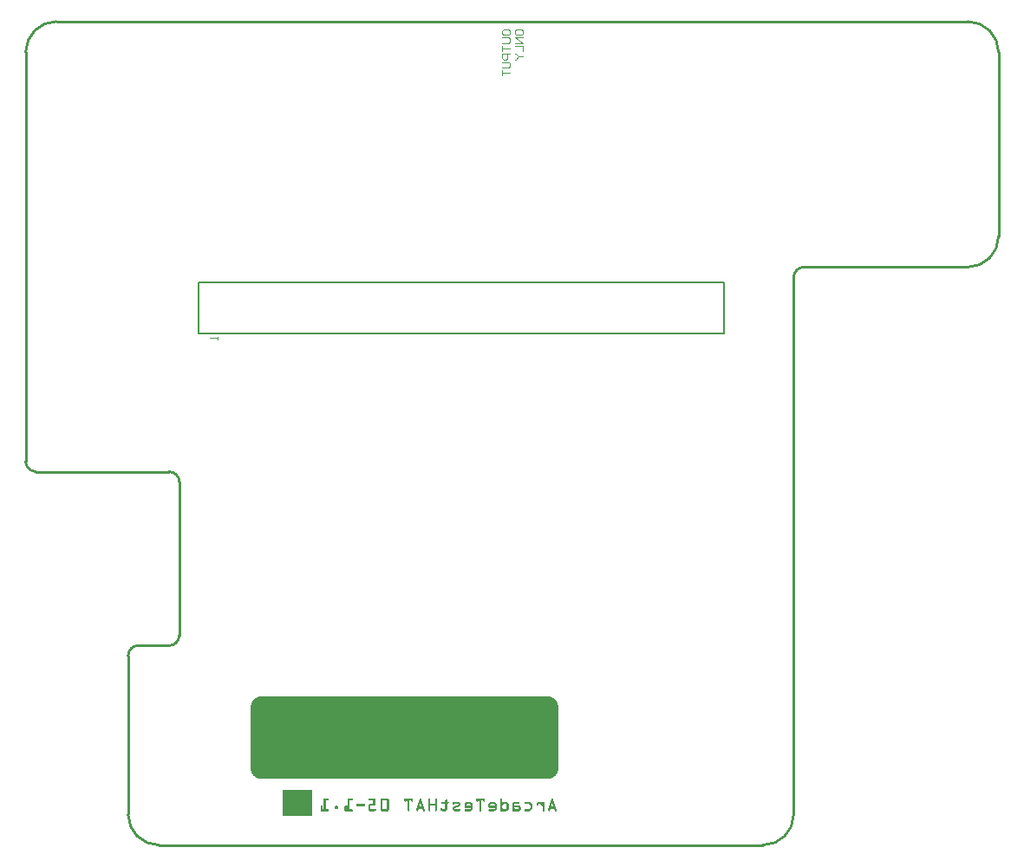
<source format=gbo>
G04*
G04 #@! TF.GenerationSoftware,Altium Limited,Altium Designer,21.0.8 (223)*
G04*
G04 Layer_Color=32896*
%FSAX25Y25*%
%MOIN*%
G70*
G04*
G04 #@! TF.SameCoordinates,C73BC072-7C63-40B6-A927-07284C235285*
G04*
G04*
G04 #@! TF.FilePolarity,Positive*
G04*
G01*
G75*
%ADD12C,0.00787*%
%ADD14C,0.01000*%
%ADD19C,0.00472*%
%ADD169C,0.00004*%
%ADD170R,0.11811X0.09843*%
G36*
X0047244Y0029528D02*
Y0053150D01*
Y0053537D01*
X0047395Y0054298D01*
X0047692Y0055014D01*
X0048123Y0055659D01*
X0048671Y0056208D01*
X0049316Y0056638D01*
X0050033Y0056935D01*
X0050793Y0057087D01*
X0051181D01*
D01*
Y0057087D01*
X0161327Y0057087D01*
X0161714Y0057087D01*
X0162475Y0056935D01*
X0163191Y0056638D01*
X0163836Y0056208D01*
X0164385Y0055659D01*
X0164815Y0055014D01*
X0165112Y0054298D01*
X0165263Y0053537D01*
Y0053150D01*
D01*
X0165264Y0029528D01*
X0165263D01*
Y0029140D01*
X0165112Y0028379D01*
X0164815Y0027663D01*
X0164384Y0027018D01*
X0163836Y0026469D01*
X0163191Y0026039D01*
X0162475Y0025742D01*
X0161714Y0025591D01*
X0161327D01*
D01*
Y0025591D01*
X0051181Y0025591D01*
X0050793D01*
X0050033Y0025742D01*
X0049316Y0026039D01*
X0048671Y0026469D01*
X0048123Y0027018D01*
X0047692Y0027663D01*
X0047395Y0028379D01*
X0047244Y0029140D01*
Y0029528D01*
D01*
D02*
G37*
G36*
X0137124Y0017057D02*
X0137116Y0016999D01*
X0137109Y0016955D01*
X0137065Y0016868D01*
X0137051Y0016839D01*
X0137029Y0016817D01*
X0137021Y0016802D01*
X0137014Y0016795D01*
X0136970Y0016759D01*
X0136927Y0016729D01*
X0136883Y0016715D01*
X0136839Y0016700D01*
X0136803Y0016693D01*
X0136774Y0016686D01*
X0136744D01*
X0136686Y0016693D01*
X0136635Y0016700D01*
X0136591Y0016722D01*
X0136548Y0016744D01*
X0136518Y0016759D01*
X0136496Y0016781D01*
X0136482Y0016788D01*
X0136475Y0016795D01*
X0136438Y0016839D01*
X0136409Y0016883D01*
X0136387Y0016926D01*
X0136373Y0016970D01*
X0136365Y0017007D01*
X0136358Y0017036D01*
Y0017050D01*
Y0017057D01*
Y0017203D01*
X0135884Y0017203D01*
Y0013354D01*
X0135877Y0013296D01*
X0135870Y0013245D01*
X0135848Y0013201D01*
X0135826Y0013157D01*
X0135811Y0013128D01*
X0135789Y0013106D01*
X0135782Y0013092D01*
X0135775Y0013084D01*
X0135731Y0013048D01*
X0135687Y0013019D01*
X0135636Y0013004D01*
X0135593Y0012990D01*
X0135556Y0012982D01*
X0135527Y0012975D01*
X0135498D01*
X0135440Y0012982D01*
X0135388Y0012990D01*
X0135308Y0013033D01*
X0135272Y0013048D01*
X0135250Y0013070D01*
X0135235Y0013077D01*
X0135228Y0013084D01*
X0135192Y0013128D01*
X0135162Y0013172D01*
X0135141Y0013216D01*
X0135126Y0013259D01*
X0135119Y0013296D01*
X0135111Y0013325D01*
Y0013347D01*
Y0013354D01*
Y0017203D01*
X0134645D01*
Y0017057D01*
X0134638Y0016999D01*
X0134630Y0016948D01*
X0134608Y0016904D01*
X0134587Y0016861D01*
X0134572Y0016831D01*
X0134550Y0016810D01*
X0134543Y0016795D01*
X0134536Y0016788D01*
X0134492Y0016751D01*
X0134441Y0016729D01*
X0134353Y0016700D01*
X0134317Y0016693D01*
X0134288Y0016686D01*
X0134258D01*
X0134200Y0016693D01*
X0134149Y0016700D01*
X0134069Y0016744D01*
X0134032Y0016759D01*
X0134011Y0016781D01*
X0133996Y0016788D01*
X0133989Y0016795D01*
X0133952Y0016839D01*
X0133923Y0016883D01*
X0133901Y0016926D01*
X0133887Y0016970D01*
X0133879Y0017007D01*
X0133872Y0017036D01*
Y0017050D01*
Y0017057D01*
Y0017962D01*
X0137124Y0017962D01*
Y0017057D01*
D02*
G37*
G36*
X0109480Y0017057D02*
X0109473Y0016999D01*
X0109465Y0016955D01*
X0109422Y0016868D01*
X0109407Y0016839D01*
X0109385Y0016817D01*
X0109378Y0016802D01*
X0109370Y0016795D01*
X0109327Y0016759D01*
X0109283Y0016729D01*
X0109239Y0016715D01*
X0109195Y0016700D01*
X0109159Y0016693D01*
X0109130Y0016686D01*
X0109101D01*
X0109042Y0016693D01*
X0108991Y0016700D01*
X0108948Y0016722D01*
X0108904Y0016744D01*
X0108875Y0016759D01*
X0108853Y0016781D01*
X0108838Y0016788D01*
X0108831Y0016795D01*
X0108794Y0016839D01*
X0108765Y0016883D01*
X0108744Y0016926D01*
X0108729Y0016970D01*
X0108722Y0017007D01*
X0108714Y0017036D01*
Y0017050D01*
Y0017057D01*
Y0017203D01*
X0108240D01*
Y0013354D01*
X0108233Y0013296D01*
X0108226Y0013245D01*
X0108204Y0013201D01*
X0108182Y0013157D01*
X0108168Y0013128D01*
X0108146Y0013106D01*
X0108138Y0013092D01*
X0108131Y0013084D01*
X0108087Y0013048D01*
X0108044Y0013019D01*
X0107993Y0013004D01*
X0107949Y0012990D01*
X0107912Y0012982D01*
X0107883Y0012975D01*
X0107854D01*
X0107796Y0012982D01*
X0107745Y0012990D01*
X0107665Y0013033D01*
X0107628Y0013048D01*
X0107606Y0013070D01*
X0107592Y0013077D01*
X0107584Y0013084D01*
X0107548Y0013128D01*
X0107519Y0013172D01*
X0107497Y0013216D01*
X0107482Y0013259D01*
X0107475Y0013296D01*
X0107468Y0013325D01*
Y0013347D01*
Y0013354D01*
Y0017203D01*
X0107001D01*
Y0017057D01*
X0106994Y0016999D01*
X0106987Y0016948D01*
X0106965Y0016904D01*
X0106943Y0016861D01*
X0106928Y0016831D01*
X0106906Y0016810D01*
X0106899Y0016795D01*
X0106892Y0016788D01*
X0106848Y0016751D01*
X0106797Y0016729D01*
X0106710Y0016700D01*
X0106673Y0016693D01*
X0106644Y0016686D01*
X0106615D01*
X0106556Y0016693D01*
X0106506Y0016700D01*
X0106425Y0016744D01*
X0106389Y0016759D01*
X0106367Y0016781D01*
X0106352Y0016788D01*
X0106345Y0016795D01*
X0106309Y0016839D01*
X0106280Y0016883D01*
X0106258Y0016926D01*
X0106243Y0016970D01*
X0106236Y0017007D01*
X0106228Y0017036D01*
Y0017050D01*
Y0017057D01*
Y0017962D01*
X0109480D01*
Y0017057D01*
D02*
G37*
G36*
X0159832Y0016635D02*
X0159883Y0016627D01*
X0159927Y0016605D01*
X0159970Y0016584D01*
X0160000Y0016562D01*
X0160021Y0016547D01*
X0160036Y0016533D01*
X0160043Y0016525D01*
X0160080Y0016482D01*
X0160109Y0016438D01*
X0160123Y0016387D01*
X0160138Y0016350D01*
X0160145Y0016314D01*
X0160153Y0016285D01*
Y0016263D01*
Y0016256D01*
Y0013347D01*
X0160145Y0013289D01*
X0160138Y0013245D01*
X0160094Y0013157D01*
X0160080Y0013128D01*
X0160058Y0013106D01*
X0160050Y0013092D01*
X0160043Y0013084D01*
X0160000Y0013048D01*
X0159956Y0013019D01*
X0159912Y0013004D01*
X0159868Y0012990D01*
X0159832Y0012982D01*
X0159803Y0012975D01*
X0159774D01*
X0159715Y0012982D01*
X0159664Y0012990D01*
X0159584Y0013033D01*
X0159547Y0013048D01*
X0159526Y0013070D01*
X0159511Y0013077D01*
X0159504Y0013084D01*
X0159467Y0013128D01*
X0159438Y0013172D01*
X0159416Y0013216D01*
X0159402Y0013259D01*
X0159394Y0013296D01*
X0159387Y0013325D01*
Y0013347D01*
Y0013354D01*
Y0015031D01*
X0158549Y0015760D01*
X0158498Y0015804D01*
X0158454Y0015833D01*
X0158410Y0015855D01*
X0158381Y0015869D01*
X0158352Y0015877D01*
X0158330Y0015884D01*
X0157914D01*
X0157849Y0015869D01*
X0157798Y0015847D01*
X0157769Y0015825D01*
X0157754Y0015811D01*
X0157710Y0015760D01*
X0157689Y0015709D01*
X0157681Y0015665D01*
Y0015658D01*
Y0015651D01*
Y0015476D01*
X0157674Y0015417D01*
X0157667Y0015373D01*
X0157623Y0015286D01*
X0157608Y0015257D01*
X0157587Y0015235D01*
X0157579Y0015220D01*
X0157572Y0015213D01*
X0157528Y0015177D01*
X0157484Y0015147D01*
X0157441Y0015133D01*
X0157397Y0015118D01*
X0157360Y0015111D01*
X0157331Y0015104D01*
X0157302D01*
X0157244Y0015111D01*
X0157193Y0015118D01*
X0157149Y0015140D01*
X0157105Y0015162D01*
X0157076Y0015177D01*
X0157054Y0015199D01*
X0157040Y0015206D01*
X0157032Y0015213D01*
X0156996Y0015257D01*
X0156967Y0015308D01*
X0156945Y0015352D01*
X0156930Y0015395D01*
X0156923Y0015432D01*
X0156916Y0015461D01*
Y0015476D01*
Y0015483D01*
Y0015651D01*
X0156930Y0015796D01*
X0156959Y0015928D01*
X0157011Y0016044D01*
X0157062Y0016146D01*
X0157120Y0016227D01*
X0157171Y0016292D01*
X0157200Y0016329D01*
X0157215Y0016343D01*
X0157331Y0016445D01*
X0157448Y0016518D01*
X0157565Y0016569D01*
X0157674Y0016605D01*
X0157769Y0016627D01*
X0157849Y0016635D01*
X0157878Y0016642D01*
X0158367D01*
X0158483Y0016627D01*
X0158607Y0016598D01*
X0158716Y0016555D01*
X0158811Y0016503D01*
X0158899Y0016445D01*
X0158964Y0016401D01*
X0159008Y0016372D01*
X0159015Y0016358D01*
X0159023D01*
X0159387Y0015957D01*
Y0016256D01*
X0159394Y0016314D01*
X0159402Y0016365D01*
X0159424Y0016409D01*
X0159445Y0016452D01*
X0159467Y0016482D01*
X0159482Y0016503D01*
X0159496Y0016518D01*
X0159504Y0016525D01*
X0159547Y0016562D01*
X0159591Y0016591D01*
X0159635Y0016613D01*
X0159679Y0016627D01*
X0159715Y0016635D01*
X0159744Y0016642D01*
X0159774D01*
X0159832Y0016635D01*
D02*
G37*
G36*
X0118374Y0017962D02*
X0118425Y0017954D01*
X0118468Y0017932D01*
X0118512Y0017910D01*
X0118541Y0017889D01*
X0118563Y0017874D01*
X0118578Y0017859D01*
X0118585Y0017852D01*
X0118621Y0017808D01*
X0118651Y0017765D01*
X0118665Y0017721D01*
X0118680Y0017677D01*
X0118687Y0017641D01*
X0118694Y0017612D01*
Y0017590D01*
Y0017582D01*
Y0013354D01*
X0118687Y0013296D01*
X0118680Y0013245D01*
X0118658Y0013201D01*
X0118636Y0013157D01*
X0118621Y0013128D01*
X0118600Y0013106D01*
X0118592Y0013092D01*
X0118585Y0013084D01*
X0118541Y0013048D01*
X0118498Y0013019D01*
X0118454Y0013004D01*
X0118410Y0012990D01*
X0118374Y0012982D01*
X0118344Y0012975D01*
X0118315D01*
X0118257Y0012982D01*
X0118206Y0012990D01*
X0118155Y0013012D01*
X0118118Y0013033D01*
X0118082Y0013048D01*
X0118060Y0013070D01*
X0118045Y0013077D01*
X0118038Y0013084D01*
X0118002Y0013128D01*
X0117973Y0013179D01*
X0117951Y0013223D01*
X0117936Y0013267D01*
X0117929Y0013303D01*
X0117922Y0013332D01*
Y0013347D01*
Y0013354D01*
Y0015097D01*
X0116216D01*
Y0013354D01*
X0116208Y0013296D01*
X0116201Y0013245D01*
X0116187Y0013201D01*
X0116165Y0013157D01*
X0116143Y0013128D01*
X0116128Y0013106D01*
X0116121Y0013092D01*
X0116114Y0013084D01*
X0116070Y0013048D01*
X0116026Y0013019D01*
X0115975Y0013004D01*
X0115931Y0012990D01*
X0115895Y0012982D01*
X0115866Y0012975D01*
X0115837D01*
X0115778Y0012982D01*
X0115727Y0012990D01*
X0115647Y0013033D01*
X0115611Y0013048D01*
X0115589Y0013070D01*
X0115574Y0013077D01*
X0115567Y0013084D01*
X0115531Y0013128D01*
X0115501Y0013179D01*
X0115479Y0013223D01*
X0115465Y0013267D01*
X0115458Y0013303D01*
X0115450Y0013332D01*
Y0013347D01*
Y0013354D01*
Y0017575D01*
X0115458Y0017633D01*
X0115465Y0017684D01*
X0115487Y0017736D01*
X0115509Y0017772D01*
X0115531Y0017808D01*
X0115545Y0017830D01*
X0115560Y0017845D01*
X0115567Y0017852D01*
X0115611Y0017889D01*
X0115654Y0017918D01*
X0115698Y0017940D01*
X0115742Y0017954D01*
X0115778Y0017962D01*
X0115807Y0017969D01*
X0115837D01*
X0115895Y0017962D01*
X0115946Y0017954D01*
X0115990Y0017932D01*
X0116033Y0017910D01*
X0116063Y0017889D01*
X0116085Y0017874D01*
X0116099Y0017859D01*
X0116106Y0017852D01*
X0116143Y0017808D01*
X0116172Y0017765D01*
X0116187Y0017714D01*
X0116201Y0017677D01*
X0116208Y0017641D01*
X0116216Y0017612D01*
Y0017590D01*
Y0017582D01*
Y0015855D01*
X0117922D01*
Y0017582D01*
X0117929Y0017641D01*
X0117936Y0017692D01*
X0117980Y0017772D01*
X0118002Y0017808D01*
X0118016Y0017830D01*
X0118031Y0017845D01*
X0118038Y0017852D01*
X0118082Y0017889D01*
X0118133Y0017918D01*
X0118177Y0017940D01*
X0118220Y0017954D01*
X0118257Y0017962D01*
X0118286Y0017969D01*
X0118315D01*
X0118374Y0017962D01*
D02*
G37*
G36*
X0090715Y0015862D02*
X0090766Y0015855D01*
X0090810Y0015833D01*
X0090854Y0015811D01*
X0090883Y0015789D01*
X0090905Y0015775D01*
X0090919Y0015760D01*
X0090927Y0015753D01*
X0090963Y0015709D01*
X0090992Y0015665D01*
X0091007Y0015621D01*
X0091022Y0015578D01*
X0091029Y0015541D01*
X0091036Y0015519D01*
Y0015497D01*
Y0015490D01*
Y0015220D01*
X0091029Y0015162D01*
X0091022Y0015111D01*
X0091000Y0015060D01*
X0090978Y0015024D01*
X0090963Y0014987D01*
X0090941Y0014965D01*
X0090934Y0014951D01*
X0090927Y0014943D01*
X0090883Y0014907D01*
X0090839Y0014878D01*
X0090795Y0014863D01*
X0090752Y0014849D01*
X0090715Y0014841D01*
X0090686Y0014834D01*
X0088186D01*
X0088127Y0014841D01*
X0088076Y0014849D01*
X0088033Y0014871D01*
X0087989Y0014892D01*
X0087960Y0014907D01*
X0087938Y0014929D01*
X0087923Y0014936D01*
X0087916Y0014943D01*
X0087880Y0014987D01*
X0087850Y0015038D01*
X0087828Y0015082D01*
X0087814Y0015126D01*
X0087807Y0015162D01*
X0087799Y0015191D01*
Y0015213D01*
Y0015220D01*
Y0015490D01*
X0087807Y0015549D01*
X0087821Y0015599D01*
X0087836Y0015643D01*
X0087858Y0015687D01*
X0087887Y0015716D01*
X0087901Y0015738D01*
X0087916Y0015753D01*
X0087923Y0015760D01*
X0087967Y0015796D01*
X0088011Y0015825D01*
X0088055Y0015840D01*
X0088098Y0015855D01*
X0088135Y0015862D01*
X0088164Y0015869D01*
X0090657D01*
X0090715Y0015862D01*
D02*
G37*
G36*
X0080582Y0015053D02*
X0080633Y0015045D01*
X0080684Y0015024D01*
X0080721Y0015002D01*
X0080757Y0014980D01*
X0080779Y0014965D01*
X0080794Y0014951D01*
X0080801Y0014943D01*
X0080837Y0014900D01*
X0080866Y0014856D01*
X0080881Y0014812D01*
X0080896Y0014769D01*
X0080903Y0014732D01*
X0080910Y0014703D01*
Y0014681D01*
Y0014674D01*
Y0014149D01*
X0080903Y0014090D01*
X0080896Y0014039D01*
X0080874Y0013996D01*
X0080852Y0013952D01*
X0080837Y0013923D01*
X0080816Y0013901D01*
X0080808Y0013886D01*
X0080801Y0013879D01*
X0080757Y0013843D01*
X0080713Y0013814D01*
X0080670Y0013799D01*
X0080626Y0013784D01*
X0080589Y0013777D01*
X0080560Y0013770D01*
X0079904D01*
X0079846Y0013777D01*
X0079795Y0013784D01*
X0079751Y0013806D01*
X0079707Y0013828D01*
X0079678Y0013843D01*
X0079656Y0013864D01*
X0079642Y0013872D01*
X0079634Y0013879D01*
X0079598Y0013923D01*
X0079569Y0013974D01*
X0079547Y0014018D01*
X0079532Y0014061D01*
X0079525Y0014098D01*
X0079518Y0014127D01*
Y0014149D01*
Y0014156D01*
Y0014674D01*
X0079525Y0014732D01*
X0079532Y0014783D01*
X0079554Y0014827D01*
X0079576Y0014871D01*
X0079598Y0014900D01*
X0079613Y0014921D01*
X0079627Y0014936D01*
X0079634Y0014943D01*
X0079678Y0014980D01*
X0079722Y0015009D01*
X0079773Y0015031D01*
X0079809Y0015045D01*
X0079846Y0015053D01*
X0079875Y0015060D01*
X0080524D01*
X0080582Y0015053D01*
D02*
G37*
G36*
X0122354Y0017692D02*
X0122405Y0017684D01*
X0122449Y0017663D01*
X0122492Y0017641D01*
X0122522Y0017619D01*
X0122544Y0017604D01*
X0122558Y0017590D01*
X0122565Y0017582D01*
X0122602Y0017539D01*
X0122631Y0017495D01*
X0122645Y0017451D01*
X0122660Y0017407D01*
X0122667Y0017371D01*
X0122675Y0017349D01*
Y0017327D01*
Y0017320D01*
Y0016642D01*
X0122923D01*
X0122981Y0016635D01*
X0123025Y0016627D01*
X0123112Y0016584D01*
X0123141Y0016562D01*
X0123163Y0016547D01*
X0123178Y0016533D01*
X0123185Y0016525D01*
X0123221Y0016482D01*
X0123251Y0016438D01*
X0123265Y0016394D01*
X0123280Y0016350D01*
X0123287Y0016314D01*
X0123294Y0016292D01*
Y0016270D01*
Y0016263D01*
X0123287Y0016205D01*
X0123280Y0016146D01*
X0123258Y0016103D01*
X0123236Y0016059D01*
X0123221Y0016030D01*
X0123200Y0016008D01*
X0123192Y0015993D01*
X0123185Y0015986D01*
X0123141Y0015949D01*
X0123098Y0015928D01*
X0123010Y0015898D01*
X0122974Y0015891D01*
X0122944Y0015884D01*
X0122675D01*
Y0013967D01*
X0122660Y0013814D01*
X0122631Y0013682D01*
X0122580Y0013558D01*
X0122529Y0013456D01*
X0122478Y0013376D01*
X0122427Y0013310D01*
X0122398Y0013274D01*
X0122383Y0013259D01*
X0122266Y0013165D01*
X0122150Y0013092D01*
X0122033Y0013048D01*
X0121916Y0013012D01*
X0121822Y0012990D01*
X0121742Y0012982D01*
X0121712Y0012975D01*
X0121064D01*
X0120903Y0012990D01*
X0120765Y0013019D01*
X0120641Y0013070D01*
X0120539Y0013128D01*
X0120451Y0013179D01*
X0120393Y0013230D01*
X0120357Y0013259D01*
X0120342Y0013274D01*
X0120247Y0013383D01*
X0120174Y0013493D01*
X0120123Y0013595D01*
X0120094Y0013682D01*
X0120072Y0013762D01*
X0120065Y0013821D01*
X0120058Y0013857D01*
Y0013872D01*
X0120065Y0013930D01*
X0120072Y0013988D01*
X0120094Y0014032D01*
X0120109Y0014076D01*
X0120131Y0014105D01*
X0120152Y0014127D01*
X0120160Y0014141D01*
X0120167Y0014149D01*
X0120211Y0014185D01*
X0120254Y0014214D01*
X0120305Y0014236D01*
X0120349Y0014251D01*
X0120393Y0014258D01*
X0120422Y0014265D01*
X0120451D01*
X0120546Y0014251D01*
X0120626Y0014222D01*
X0120692Y0014178D01*
X0120743Y0014134D01*
X0120772Y0014083D01*
X0120801Y0014039D01*
X0120808Y0014010D01*
X0120816Y0013996D01*
X0120852Y0013908D01*
X0120889Y0013843D01*
X0120940Y0013799D01*
X0120983Y0013770D01*
X0121020Y0013748D01*
X0121056Y0013741D01*
X0121078Y0013733D01*
X0121683D01*
X0121749Y0013741D01*
X0121800Y0013770D01*
X0121829Y0013792D01*
X0121844Y0013799D01*
X0121880Y0013850D01*
X0121902Y0013908D01*
X0121909Y0013952D01*
Y0013959D01*
Y0013967D01*
Y0015884D01*
X0120750D01*
X0120692Y0015891D01*
X0120641Y0015898D01*
X0120561Y0015942D01*
X0120524Y0015957D01*
X0120502Y0015979D01*
X0120488Y0015986D01*
X0120480Y0015993D01*
X0120444Y0016037D01*
X0120415Y0016081D01*
X0120393Y0016124D01*
X0120378Y0016168D01*
X0120371Y0016205D01*
X0120364Y0016234D01*
Y0016256D01*
Y0016263D01*
X0120371Y0016314D01*
X0120378Y0016365D01*
X0120422Y0016452D01*
X0120444Y0016482D01*
X0120458Y0016503D01*
X0120473Y0016518D01*
X0120480Y0016525D01*
X0120524Y0016562D01*
X0120575Y0016591D01*
X0120619Y0016613D01*
X0120663Y0016627D01*
X0120699Y0016635D01*
X0120728Y0016642D01*
X0121909D01*
Y0017320D01*
X0121916Y0017371D01*
X0121924Y0017422D01*
X0121968Y0017510D01*
X0121989Y0017539D01*
X0122004Y0017560D01*
X0122019Y0017575D01*
X0122026Y0017582D01*
X0122070Y0017619D01*
X0122113Y0017648D01*
X0122164Y0017670D01*
X0122201Y0017684D01*
X0122237Y0017692D01*
X0122266Y0017699D01*
X0122296D01*
X0122354Y0017692D01*
D02*
G37*
G36*
X0086115Y0017962D02*
X0086159Y0017954D01*
X0086247Y0017910D01*
X0086276Y0017889D01*
X0086298Y0017874D01*
X0086312Y0017859D01*
X0086319Y0017852D01*
X0086356Y0017808D01*
X0086385Y0017765D01*
X0086400Y0017721D01*
X0086414Y0017677D01*
X0086422Y0017641D01*
X0086429Y0017619D01*
Y0017597D01*
Y0017590D01*
X0086422Y0017531D01*
X0086414Y0017480D01*
X0086400Y0017437D01*
X0086378Y0017393D01*
X0086356Y0017364D01*
X0086341Y0017342D01*
X0086334Y0017327D01*
X0086327Y0017320D01*
X0086283Y0017284D01*
X0086239Y0017254D01*
X0086195Y0017240D01*
X0086152Y0017225D01*
X0086115Y0017218D01*
X0086086Y0017211D01*
X0085204D01*
Y0013733D01*
X0086072D01*
X0086130Y0013726D01*
X0086174Y0013719D01*
X0086261Y0013682D01*
X0086290Y0013660D01*
X0086312Y0013638D01*
X0086327Y0013631D01*
X0086334Y0013624D01*
X0086370Y0013580D01*
X0086400Y0013536D01*
X0086414Y0013493D01*
X0086429Y0013449D01*
X0086436Y0013412D01*
X0086443Y0013391D01*
Y0013369D01*
Y0013362D01*
X0086436Y0013303D01*
X0086429Y0013252D01*
X0086414Y0013201D01*
X0086392Y0013165D01*
X0086370Y0013128D01*
X0086356Y0013106D01*
X0086349Y0013092D01*
X0086341Y0013084D01*
X0086298Y0013048D01*
X0086254Y0013019D01*
X0086210Y0013004D01*
X0086166Y0012990D01*
X0086130Y0012982D01*
X0086101Y0012975D01*
X0083600D01*
X0083542Y0012982D01*
X0083491Y0012990D01*
X0083447Y0013012D01*
X0083403Y0013033D01*
X0083374Y0013048D01*
X0083352Y0013070D01*
X0083338Y0013077D01*
X0083331Y0013084D01*
X0083294Y0013128D01*
X0083265Y0013172D01*
X0083243Y0013216D01*
X0083228Y0013259D01*
X0083221Y0013296D01*
X0083214Y0013325D01*
Y0013347D01*
Y0013354D01*
Y0014936D01*
X0083221Y0014994D01*
X0083228Y0015045D01*
X0083272Y0015126D01*
X0083294Y0015155D01*
X0083309Y0015177D01*
X0083323Y0015191D01*
X0083331Y0015199D01*
X0083374Y0015235D01*
X0083418Y0015264D01*
X0083462Y0015286D01*
X0083505Y0015301D01*
X0083542Y0015308D01*
X0083571Y0015315D01*
X0083600D01*
X0083659Y0015308D01*
X0083710Y0015301D01*
X0083753Y0015279D01*
X0083797Y0015257D01*
X0083826Y0015235D01*
X0083848Y0015220D01*
X0083863Y0015206D01*
X0083870Y0015199D01*
X0083907Y0015155D01*
X0083936Y0015111D01*
X0083950Y0015067D01*
X0083965Y0015024D01*
X0083972Y0014987D01*
X0083979Y0014965D01*
Y0014943D01*
Y0014936D01*
Y0013733D01*
X0084439D01*
Y0017969D01*
X0086057D01*
X0086115Y0017962D01*
D02*
G37*
G36*
X0076901Y0017962D02*
X0076945Y0017954D01*
X0077032Y0017910D01*
X0077061Y0017889D01*
X0077083Y0017874D01*
X0077098Y0017859D01*
X0077105Y0017852D01*
X0077141Y0017808D01*
X0077170Y0017765D01*
X0077185Y0017721D01*
X0077200Y0017677D01*
X0077207Y0017641D01*
X0077214Y0017619D01*
Y0017597D01*
Y0017590D01*
X0077207Y0017531D01*
X0077200Y0017480D01*
X0077185Y0017437D01*
X0077163Y0017393D01*
X0077141Y0017364D01*
X0077127Y0017342D01*
X0077119Y0017327D01*
X0077112Y0017320D01*
X0077068Y0017284D01*
X0077025Y0017254D01*
X0076981Y0017240D01*
X0076937Y0017225D01*
X0076901Y0017218D01*
X0076872Y0017211D01*
X0075990D01*
Y0013733D01*
X0076857D01*
X0076915Y0013726D01*
X0076959Y0013719D01*
X0077047Y0013682D01*
X0077076Y0013660D01*
X0077098Y0013638D01*
X0077112Y0013631D01*
X0077119Y0013624D01*
X0077156Y0013580D01*
X0077185Y0013536D01*
X0077200Y0013493D01*
X0077214Y0013449D01*
X0077222Y0013412D01*
X0077229Y0013391D01*
Y0013369D01*
Y0013362D01*
X0077222Y0013303D01*
X0077214Y0013252D01*
X0077200Y0013201D01*
X0077178Y0013165D01*
X0077156Y0013128D01*
X0077141Y0013106D01*
X0077134Y0013092D01*
X0077127Y0013084D01*
X0077083Y0013048D01*
X0077039Y0013019D01*
X0076995Y0013004D01*
X0076952Y0012990D01*
X0076915Y0012982D01*
X0076886Y0012975D01*
X0074386D01*
X0074327Y0012982D01*
X0074276Y0012990D01*
X0074233Y0013012D01*
X0074189Y0013033D01*
X0074160Y0013048D01*
X0074138Y0013070D01*
X0074123Y0013077D01*
X0074116Y0013084D01*
X0074080Y0013128D01*
X0074050Y0013172D01*
X0074028Y0013216D01*
X0074014Y0013259D01*
X0074007Y0013296D01*
X0073999Y0013325D01*
Y0013347D01*
Y0013354D01*
Y0014936D01*
X0074007Y0014994D01*
X0074014Y0015045D01*
X0074058Y0015126D01*
X0074080Y0015155D01*
X0074094Y0015177D01*
X0074109Y0015191D01*
X0074116Y0015199D01*
X0074160Y0015235D01*
X0074203Y0015264D01*
X0074247Y0015286D01*
X0074291Y0015301D01*
X0074327Y0015308D01*
X0074357Y0015315D01*
X0074386D01*
X0074444Y0015308D01*
X0074495Y0015301D01*
X0074539Y0015279D01*
X0074583Y0015257D01*
X0074612Y0015235D01*
X0074634Y0015220D01*
X0074648Y0015206D01*
X0074655Y0015199D01*
X0074692Y0015155D01*
X0074721Y0015111D01*
X0074736Y0015067D01*
X0074750Y0015024D01*
X0074757Y0014987D01*
X0074765Y0014965D01*
Y0014943D01*
Y0014936D01*
Y0013733D01*
X0075224D01*
Y0017969D01*
X0076842D01*
X0076901Y0017962D01*
D02*
G37*
G36*
X0163229Y0017954D02*
X0163309Y0017918D01*
X0163375Y0017874D01*
X0163426Y0017816D01*
X0163462Y0017757D01*
X0163484Y0017714D01*
X0163499Y0017677D01*
X0163506Y0017663D01*
X0164738Y0013507D01*
X0164753Y0013449D01*
X0164760Y0013405D01*
Y0013376D01*
Y0013362D01*
X0164753Y0013303D01*
X0164745Y0013245D01*
X0164731Y0013201D01*
X0164709Y0013157D01*
X0164687Y0013128D01*
X0164672Y0013106D01*
X0164665Y0013092D01*
X0164658Y0013084D01*
X0164614Y0013048D01*
X0164570Y0013019D01*
X0164519Y0013004D01*
X0164476Y0012990D01*
X0164439Y0012982D01*
X0164410Y0012975D01*
X0164381D01*
X0164293Y0012982D01*
X0164220Y0013012D01*
X0164191Y0013019D01*
X0164169Y0013033D01*
X0164162Y0013041D01*
X0164155D01*
X0164118Y0013063D01*
X0164096Y0013092D01*
X0164060Y0013136D01*
X0164038Y0013172D01*
Y0013186D01*
X0163783Y0014032D01*
X0162493D01*
X0162230Y0013194D01*
X0162201Y0013121D01*
X0162157Y0013070D01*
X0162099Y0013026D01*
X0162041Y0013004D01*
X0161982Y0012990D01*
X0161931Y0012982D01*
X0161902Y0012975D01*
X0161888D01*
X0161837Y0012982D01*
X0161785Y0012990D01*
X0161705Y0013033D01*
X0161676Y0013048D01*
X0161654Y0013070D01*
X0161640Y0013077D01*
X0161632Y0013084D01*
X0161596Y0013128D01*
X0161567Y0013172D01*
X0161545Y0013216D01*
X0161530Y0013259D01*
X0161523Y0013296D01*
X0161516Y0013325D01*
Y0013347D01*
Y0013354D01*
Y0013391D01*
X0161523Y0013427D01*
X0161530Y0013456D01*
X0161538Y0013464D01*
X0162770Y0017736D01*
X0162806Y0017816D01*
X0162850Y0017874D01*
X0162908Y0017910D01*
X0162974Y0017940D01*
X0163032Y0017954D01*
X0163083Y0017969D01*
X0163127D01*
X0163229Y0017954D01*
D02*
G37*
G36*
X0154167Y0016635D02*
X0154277Y0016605D01*
X0154379Y0016569D01*
X0154466Y0016525D01*
X0154547Y0016482D01*
X0154598Y0016445D01*
X0154634Y0016416D01*
X0154649Y0016409D01*
X0155188Y0015942D01*
X0155254Y0015884D01*
X0155305Y0015825D01*
X0155356Y0015760D01*
X0155392Y0015702D01*
X0155450Y0015578D01*
X0155494Y0015461D01*
X0155516Y0015359D01*
X0155531Y0015279D01*
Y0015250D01*
Y0015228D01*
Y0015213D01*
Y0015206D01*
Y0014411D01*
X0155516Y0014258D01*
X0155487Y0014120D01*
X0155443Y0014003D01*
X0155385Y0013908D01*
X0155334Y0013835D01*
X0155290Y0013777D01*
X0155261Y0013748D01*
X0155246Y0013733D01*
X0154656Y0013238D01*
X0154547Y0013150D01*
X0154430Y0013084D01*
X0154321Y0013041D01*
X0154211Y0013012D01*
X0154124Y0012990D01*
X0154058Y0012982D01*
X0154029Y0012975D01*
X0152680D01*
X0152622Y0012982D01*
X0152571Y0012990D01*
X0152527Y0013012D01*
X0152483Y0013033D01*
X0152454Y0013048D01*
X0152433Y0013070D01*
X0152418Y0013077D01*
X0152411Y0013084D01*
X0152374Y0013128D01*
X0152345Y0013172D01*
X0152323Y0013216D01*
X0152308Y0013259D01*
X0152301Y0013296D01*
X0152294Y0013325D01*
Y0013347D01*
Y0013354D01*
X0152301Y0013412D01*
X0152308Y0013464D01*
X0152352Y0013544D01*
X0152374Y0013573D01*
X0152389Y0013595D01*
X0152403Y0013609D01*
X0152411Y0013617D01*
X0152454Y0013653D01*
X0152498Y0013682D01*
X0152549Y0013704D01*
X0152585Y0013719D01*
X0152622Y0013726D01*
X0152651Y0013733D01*
X0153934D01*
X0154029Y0013748D01*
X0154102Y0013770D01*
X0154124Y0013784D01*
X0154146Y0013792D01*
X0154153Y0013806D01*
X0154160D01*
X0154692Y0014266D01*
X0154729Y0014317D01*
X0154751Y0014360D01*
X0154758Y0014397D01*
Y0014411D01*
Y0015162D01*
X0154751Y0015213D01*
X0154743Y0015257D01*
X0154714Y0015323D01*
X0154685Y0015366D01*
X0154671Y0015381D01*
X0154153Y0015847D01*
X0154102Y0015869D01*
X0154051Y0015877D01*
X0154007Y0015884D01*
X0152680D01*
X0152622Y0015891D01*
X0152571Y0015898D01*
X0152527Y0015920D01*
X0152483Y0015942D01*
X0152454Y0015957D01*
X0152433Y0015979D01*
X0152418Y0015986D01*
X0152411Y0015993D01*
X0152374Y0016037D01*
X0152345Y0016081D01*
X0152323Y0016124D01*
X0152308Y0016168D01*
X0152301Y0016205D01*
X0152294Y0016234D01*
Y0016256D01*
Y0016263D01*
X0152301Y0016321D01*
X0152308Y0016372D01*
X0152352Y0016452D01*
X0152374Y0016482D01*
X0152389Y0016503D01*
X0152403Y0016518D01*
X0152411Y0016525D01*
X0152454Y0016562D01*
X0152498Y0016591D01*
X0152542Y0016613D01*
X0152585Y0016627D01*
X0152622Y0016635D01*
X0152651Y0016642D01*
X0154051D01*
X0154167Y0016635D01*
D02*
G37*
G36*
X0150005D02*
X0150056Y0016627D01*
X0150100Y0016605D01*
X0150143Y0016584D01*
X0150173Y0016562D01*
X0150194Y0016547D01*
X0150209Y0016533D01*
X0150216Y0016525D01*
X0150253Y0016482D01*
X0150282Y0016438D01*
X0150296Y0016394D01*
X0150311Y0016350D01*
X0150318Y0016314D01*
X0150326Y0016292D01*
Y0016270D01*
Y0016263D01*
X0150318Y0016205D01*
X0150311Y0016154D01*
X0150289Y0016110D01*
X0150267Y0016066D01*
X0150253Y0016037D01*
X0150231Y0016015D01*
X0150224Y0016001D01*
X0150216Y0015993D01*
X0150173Y0015957D01*
X0150129Y0015928D01*
X0150085Y0015913D01*
X0150041Y0015898D01*
X0150005Y0015891D01*
X0149976Y0015884D01*
X0148780D01*
X0148715Y0015869D01*
X0148663Y0015847D01*
X0148627Y0015825D01*
X0148612Y0015811D01*
X0148569Y0015760D01*
X0148547Y0015702D01*
X0148540Y0015658D01*
Y0015651D01*
Y0015643D01*
X0148532Y0015286D01*
X0148612Y0015315D01*
X0148678Y0015323D01*
X0148707Y0015330D01*
X0149947D01*
X0150100Y0015315D01*
X0150231Y0015286D01*
X0150355Y0015235D01*
X0150457Y0015184D01*
X0150537Y0015126D01*
X0150603Y0015075D01*
X0150639Y0015045D01*
X0150654Y0015031D01*
X0150749Y0014914D01*
X0150821Y0014798D01*
X0150872Y0014681D01*
X0150909Y0014572D01*
X0150931Y0014477D01*
X0150938Y0014397D01*
X0150945Y0014367D01*
Y0014353D01*
Y0014338D01*
Y0014331D01*
Y0013974D01*
X0150931Y0013821D01*
X0150902Y0013682D01*
X0150858Y0013566D01*
X0150800Y0013456D01*
X0150749Y0013376D01*
X0150705Y0013310D01*
X0150676Y0013274D01*
X0150661Y0013259D01*
X0150544Y0013165D01*
X0150428Y0013092D01*
X0150304Y0013048D01*
X0150194Y0013012D01*
X0150092Y0012990D01*
X0150020Y0012982D01*
X0149990Y0012975D01*
X0148882D01*
X0148459Y0013281D01*
X0148452Y0013245D01*
X0148445Y0013216D01*
X0148401Y0013150D01*
X0148365Y0013106D01*
X0148357Y0013092D01*
X0148350Y0013084D01*
X0148306Y0013048D01*
X0148263Y0013019D01*
X0148212Y0013004D01*
X0148168Y0012990D01*
X0148131Y0012982D01*
X0148102Y0012975D01*
X0148073D01*
X0148015Y0012982D01*
X0147964Y0012990D01*
X0147883Y0013033D01*
X0147847Y0013048D01*
X0147825Y0013070D01*
X0147811Y0013077D01*
X0147803Y0013084D01*
X0147767Y0013128D01*
X0147738Y0013165D01*
X0147716Y0013208D01*
X0147701Y0013245D01*
X0147694Y0013274D01*
X0147687Y0013296D01*
Y0013310D01*
Y0013318D01*
X0147774Y0015651D01*
X0147789Y0015804D01*
X0147825Y0015935D01*
X0147869Y0016051D01*
X0147927Y0016154D01*
X0147978Y0016241D01*
X0148029Y0016299D01*
X0148058Y0016336D01*
X0148073Y0016350D01*
X0148190Y0016445D01*
X0148306Y0016518D01*
X0148423Y0016569D01*
X0148532Y0016605D01*
X0148634Y0016627D01*
X0148707Y0016635D01*
X0148736Y0016642D01*
X0149947D01*
X0150005Y0016635D01*
D02*
G37*
G36*
X0143546Y0017962D02*
X0143597Y0017954D01*
X0143641Y0017932D01*
X0143684Y0017910D01*
X0143714Y0017889D01*
X0143736Y0017874D01*
X0143750Y0017859D01*
X0143757Y0017852D01*
X0143794Y0017808D01*
X0143816Y0017765D01*
X0143845Y0017677D01*
X0143852Y0017641D01*
X0143859Y0017612D01*
Y0017590D01*
Y0017582D01*
Y0016212D01*
X0144005Y0016387D01*
X0144107Y0016474D01*
X0144217Y0016533D01*
X0144326Y0016576D01*
X0144428Y0016613D01*
X0144516Y0016627D01*
X0144588Y0016635D01*
X0144618Y0016642D01*
X0145091D01*
X0145237Y0016635D01*
X0145361Y0016605D01*
X0145478Y0016562D01*
X0145580Y0016518D01*
X0145660Y0016467D01*
X0145726Y0016431D01*
X0145762Y0016401D01*
X0145777Y0016387D01*
X0146025Y0016175D01*
X0146068Y0016132D01*
X0146112Y0016081D01*
X0146185Y0015971D01*
X0146214Y0015928D01*
X0146236Y0015891D01*
X0146243Y0015862D01*
X0146250Y0015855D01*
X0146280Y0015775D01*
X0146302Y0015702D01*
X0146316Y0015629D01*
X0146323Y0015563D01*
X0146331Y0015505D01*
X0146338Y0015461D01*
Y0015432D01*
Y0015425D01*
Y0014178D01*
X0146331Y0014105D01*
X0146323Y0014032D01*
X0146309Y0013967D01*
X0146294Y0013908D01*
X0146280Y0013857D01*
X0146272Y0013814D01*
X0146258Y0013784D01*
Y0013777D01*
X0146229Y0013704D01*
X0146200Y0013646D01*
X0146170Y0013595D01*
X0146141Y0013551D01*
X0146119Y0013522D01*
X0146098Y0013500D01*
X0146090Y0013485D01*
X0146083Y0013478D01*
X0145820Y0013259D01*
X0145696Y0013165D01*
X0145573Y0013092D01*
X0145456Y0013048D01*
X0145354Y0013012D01*
X0145266Y0012990D01*
X0145201Y0012982D01*
X0145157Y0012975D01*
X0144625D01*
X0144545Y0012982D01*
X0144472Y0012997D01*
X0144399Y0013019D01*
X0144326Y0013048D01*
X0144195Y0013114D01*
X0144085Y0013201D01*
X0143991Y0013281D01*
X0143918Y0013354D01*
X0143896Y0013376D01*
X0143874Y0013398D01*
X0143867Y0013412D01*
X0143859Y0013420D01*
Y0013354D01*
X0143852Y0013296D01*
X0143845Y0013245D01*
X0143830Y0013201D01*
X0143808Y0013157D01*
X0143787Y0013128D01*
X0143772Y0013106D01*
X0143765Y0013092D01*
X0143757Y0013084D01*
X0143714Y0013048D01*
X0143670Y0013019D01*
X0143619Y0013004D01*
X0143575Y0012990D01*
X0143539Y0012982D01*
X0143509Y0012975D01*
X0143480D01*
X0143422Y0012982D01*
X0143371Y0012990D01*
X0143291Y0013033D01*
X0143254Y0013048D01*
X0143233Y0013070D01*
X0143218Y0013077D01*
X0143211Y0013084D01*
X0143174Y0013128D01*
X0143145Y0013172D01*
X0143123Y0013216D01*
X0143108Y0013259D01*
X0143101Y0013296D01*
X0143094Y0013325D01*
Y0013347D01*
Y0013354D01*
Y0017582D01*
X0143101Y0017641D01*
X0143108Y0017692D01*
X0143130Y0017736D01*
X0143152Y0017779D01*
X0143174Y0017808D01*
X0143189Y0017830D01*
X0143203Y0017845D01*
X0143211Y0017852D01*
X0143254Y0017889D01*
X0143305Y0017918D01*
X0143349Y0017940D01*
X0143393Y0017954D01*
X0143429Y0017962D01*
X0143458Y0017969D01*
X0143488D01*
X0143546Y0017962D01*
D02*
G37*
G36*
X0140637Y0016635D02*
X0140747Y0016605D01*
X0140849Y0016576D01*
X0140936Y0016533D01*
X0141009Y0016496D01*
X0141067Y0016460D01*
X0141096Y0016431D01*
X0141111Y0016423D01*
X0141374Y0016219D01*
X0141432Y0016168D01*
X0141476Y0016117D01*
X0141556Y0016001D01*
X0141585Y0015949D01*
X0141607Y0015913D01*
X0141621Y0015884D01*
X0141629Y0015877D01*
X0141658Y0015796D01*
X0141680Y0015731D01*
X0141702Y0015665D01*
X0141709Y0015614D01*
X0141716Y0015578D01*
X0141724Y0015541D01*
Y0015527D01*
Y0015519D01*
Y0014112D01*
X0141716Y0014047D01*
X0141709Y0013988D01*
X0141694Y0013923D01*
X0141680Y0013864D01*
X0141665Y0013821D01*
X0141650Y0013784D01*
X0141636Y0013755D01*
Y0013748D01*
X0141600Y0013682D01*
X0141563Y0013617D01*
X0141519Y0013566D01*
X0141490Y0013522D01*
X0141454Y0013493D01*
X0141432Y0013471D01*
X0141417Y0013456D01*
X0141410Y0013449D01*
X0141133Y0013194D01*
X0141096Y0013165D01*
X0141045Y0013136D01*
X0140958Y0013084D01*
X0140914Y0013070D01*
X0140878Y0013055D01*
X0140856Y0013041D01*
X0140849D01*
X0140710Y0013004D01*
X0140652Y0012990D01*
X0140594Y0012982D01*
X0140550D01*
X0140513Y0012975D01*
X0138866D01*
X0138807Y0012982D01*
X0138756Y0012990D01*
X0138676Y0013033D01*
X0138640Y0013048D01*
X0138618Y0013070D01*
X0138603Y0013077D01*
X0138596Y0013084D01*
X0138560Y0013128D01*
X0138530Y0013179D01*
X0138509Y0013223D01*
X0138494Y0013267D01*
X0138487Y0013303D01*
X0138479Y0013332D01*
Y0013347D01*
Y0013354D01*
X0138487Y0013412D01*
X0138494Y0013464D01*
X0138538Y0013544D01*
X0138560Y0013573D01*
X0138574Y0013595D01*
X0138589Y0013609D01*
X0138596Y0013617D01*
X0138640Y0013653D01*
X0138683Y0013682D01*
X0138734Y0013704D01*
X0138771Y0013719D01*
X0138807Y0013726D01*
X0138837Y0013733D01*
X0140440D01*
X0140484Y0013741D01*
X0140521Y0013748D01*
X0140594Y0013777D01*
X0140615Y0013792D01*
X0140637Y0013799D01*
X0140652Y0013814D01*
X0140659D01*
X0140820Y0013945D01*
X0140863Y0013988D01*
X0140892Y0014032D01*
X0140922Y0014076D01*
X0140936Y0014112D01*
X0140943Y0014141D01*
X0140951Y0014163D01*
Y0014178D01*
Y0014185D01*
Y0014295D01*
X0138866D01*
X0138807Y0014302D01*
X0138756Y0014309D01*
X0138676Y0014353D01*
X0138640Y0014367D01*
X0138618Y0014389D01*
X0138603Y0014397D01*
X0138596Y0014404D01*
X0138560Y0014448D01*
X0138530Y0014499D01*
X0138509Y0014543D01*
X0138494Y0014586D01*
X0138487Y0014623D01*
X0138479Y0014652D01*
Y0014666D01*
Y0014674D01*
Y0015410D01*
X0138487Y0015578D01*
X0138516Y0015716D01*
X0138560Y0015840D01*
X0138603Y0015935D01*
X0138654Y0016015D01*
X0138691Y0016066D01*
X0138720Y0016103D01*
X0138734Y0016110D01*
X0138961Y0016277D01*
X0139026Y0016343D01*
X0139084Y0016401D01*
X0139150Y0016445D01*
X0139208Y0016489D01*
X0139325Y0016555D01*
X0139434Y0016598D01*
X0139522Y0016620D01*
X0139595Y0016635D01*
X0139638Y0016642D01*
X0140513D01*
X0140637Y0016635D01*
D02*
G37*
G36*
X0131423Y0016635D02*
X0131532Y0016605D01*
X0131634Y0016576D01*
X0131722Y0016533D01*
X0131795Y0016496D01*
X0131853Y0016460D01*
X0131882Y0016431D01*
X0131896Y0016423D01*
X0132159Y0016219D01*
X0132217Y0016168D01*
X0132261Y0016117D01*
X0132341Y0016001D01*
X0132370Y0015949D01*
X0132392Y0015913D01*
X0132407Y0015884D01*
X0132414Y0015877D01*
X0132443Y0015796D01*
X0132465Y0015731D01*
X0132487Y0015665D01*
X0132494Y0015614D01*
X0132502Y0015578D01*
X0132509Y0015541D01*
Y0015527D01*
Y0015519D01*
Y0014112D01*
X0132502Y0014047D01*
X0132494Y0013988D01*
X0132480Y0013923D01*
X0132465Y0013864D01*
X0132451Y0013821D01*
X0132436Y0013784D01*
X0132421Y0013755D01*
Y0013748D01*
X0132385Y0013682D01*
X0132349Y0013617D01*
X0132305Y0013566D01*
X0132276Y0013522D01*
X0132239Y0013493D01*
X0132217Y0013471D01*
X0132203Y0013456D01*
X0132195Y0013449D01*
X0131918Y0013194D01*
X0131882Y0013165D01*
X0131831Y0013136D01*
X0131743Y0013084D01*
X0131700Y0013070D01*
X0131663Y0013055D01*
X0131641Y0013041D01*
X0131634D01*
X0131496Y0013004D01*
X0131437Y0012990D01*
X0131379Y0012982D01*
X0131335D01*
X0131299Y0012975D01*
X0129651D01*
X0129593Y0012982D01*
X0129542Y0012990D01*
X0129462Y0013033D01*
X0129425Y0013048D01*
X0129403Y0013070D01*
X0129389Y0013077D01*
X0129382Y0013084D01*
X0129345Y0013128D01*
X0129316Y0013179D01*
X0129294Y0013223D01*
X0129279Y0013267D01*
X0129272Y0013303D01*
X0129265Y0013332D01*
Y0013347D01*
Y0013354D01*
X0129272Y0013412D01*
X0129279Y0013464D01*
X0129323Y0013544D01*
X0129345Y0013573D01*
X0129360Y0013595D01*
X0129374Y0013609D01*
X0129382Y0013617D01*
X0129425Y0013653D01*
X0129469Y0013682D01*
X0129520Y0013704D01*
X0129556Y0013719D01*
X0129593Y0013726D01*
X0129622Y0013733D01*
X0131226D01*
X0131270Y0013741D01*
X0131306Y0013748D01*
X0131379Y0013777D01*
X0131401Y0013792D01*
X0131423Y0013799D01*
X0131437Y0013814D01*
X0131445D01*
X0131605Y0013945D01*
X0131649Y0013988D01*
X0131678Y0014032D01*
X0131707Y0014076D01*
X0131722Y0014112D01*
X0131729Y0014141D01*
X0131736Y0014163D01*
Y0014178D01*
Y0014185D01*
Y0014295D01*
X0129651D01*
X0129593Y0014302D01*
X0129542Y0014309D01*
X0129462Y0014353D01*
X0129425Y0014367D01*
X0129403Y0014389D01*
X0129389Y0014397D01*
X0129382Y0014404D01*
X0129345Y0014448D01*
X0129316Y0014499D01*
X0129294Y0014543D01*
X0129279Y0014586D01*
X0129272Y0014623D01*
X0129265Y0014652D01*
Y0014666D01*
Y0014674D01*
Y0015410D01*
X0129272Y0015578D01*
X0129301Y0015716D01*
X0129345Y0015840D01*
X0129389Y0015935D01*
X0129440Y0016015D01*
X0129476Y0016066D01*
X0129505Y0016103D01*
X0129520Y0016110D01*
X0129746Y0016277D01*
X0129812Y0016343D01*
X0129870Y0016401D01*
X0129936Y0016445D01*
X0129994Y0016489D01*
X0130111Y0016555D01*
X0130220Y0016598D01*
X0130307Y0016620D01*
X0130380Y0016635D01*
X0130424Y0016642D01*
X0131299D01*
X0131423Y0016635D01*
D02*
G37*
G36*
X0127100Y0016627D02*
X0127216Y0016598D01*
X0127326Y0016555D01*
X0127413Y0016511D01*
X0127486Y0016460D01*
X0127537Y0016416D01*
X0127566Y0016387D01*
X0127581Y0016372D01*
X0127661Y0016270D01*
X0127727Y0016168D01*
X0127770Y0016059D01*
X0127799Y0015964D01*
X0127814Y0015877D01*
X0127821Y0015811D01*
X0127829Y0015767D01*
Y0015760D01*
Y0015753D01*
X0127821Y0015672D01*
X0127807Y0015585D01*
X0127785Y0015512D01*
X0127763Y0015446D01*
X0127741Y0015388D01*
X0127719Y0015344D01*
X0127705Y0015315D01*
X0127698Y0015308D01*
X0127639Y0015228D01*
X0127574Y0015162D01*
X0127508Y0015104D01*
X0127442Y0015060D01*
X0127384Y0015024D01*
X0127340Y0014994D01*
X0127311Y0014980D01*
X0127296Y0014973D01*
X0125656Y0014236D01*
X0125605Y0014207D01*
X0125561Y0014171D01*
X0125532Y0014134D01*
X0125518Y0014090D01*
X0125503Y0014061D01*
X0125496Y0014032D01*
Y0014010D01*
Y0014003D01*
X0125511Y0013930D01*
X0125532Y0013864D01*
X0125554Y0013828D01*
X0125569Y0013821D01*
Y0013814D01*
X0125598Y0013784D01*
X0125627Y0013770D01*
X0125685Y0013741D01*
X0125729Y0013733D01*
X0126881D01*
X0126961Y0013741D01*
X0127027Y0013755D01*
X0127085Y0013777D01*
X0127136Y0013799D01*
X0127180Y0013821D01*
X0127209Y0013843D01*
X0127224Y0013857D01*
X0127231Y0013864D01*
X0127282Y0013908D01*
X0127333Y0013937D01*
X0127377Y0013967D01*
X0127420Y0013981D01*
X0127457Y0013988D01*
X0127486Y0013996D01*
X0127515D01*
X0127574Y0013988D01*
X0127632Y0013981D01*
X0127676Y0013959D01*
X0127719Y0013937D01*
X0127749Y0013916D01*
X0127770Y0013901D01*
X0127785Y0013886D01*
X0127792Y0013879D01*
X0127829Y0013835D01*
X0127858Y0013792D01*
X0127873Y0013748D01*
X0127887Y0013704D01*
X0127894Y0013668D01*
X0127902Y0013638D01*
Y0013624D01*
Y0013617D01*
X0127887Y0013536D01*
X0127858Y0013456D01*
X0127807Y0013376D01*
X0127749Y0013310D01*
X0127698Y0013259D01*
X0127647Y0013216D01*
X0127617Y0013186D01*
X0127603Y0013179D01*
X0127486Y0013114D01*
X0127377Y0013063D01*
X0127267Y0013026D01*
X0127173Y0013004D01*
X0127085Y0012990D01*
X0127020Y0012975D01*
X0125722D01*
X0125583Y0012990D01*
X0125452Y0013019D01*
X0125336Y0013070D01*
X0125233Y0013121D01*
X0125153Y0013172D01*
X0125088Y0013223D01*
X0125051Y0013252D01*
X0125037Y0013267D01*
X0124935Y0013383D01*
X0124862Y0013507D01*
X0124803Y0013624D01*
X0124767Y0013741D01*
X0124745Y0013843D01*
X0124738Y0013916D01*
X0124731Y0013945D01*
Y0013967D01*
Y0013981D01*
Y0013988D01*
X0124738Y0014105D01*
X0124760Y0014207D01*
X0124789Y0014309D01*
X0124818Y0014389D01*
X0124847Y0014462D01*
X0124876Y0014513D01*
X0124898Y0014543D01*
X0124905Y0014557D01*
X0124971Y0014652D01*
X0125044Y0014732D01*
X0125117Y0014798D01*
X0125190Y0014849D01*
X0125255Y0014892D01*
X0125306Y0014921D01*
X0125336Y0014936D01*
X0125350Y0014943D01*
X0126969Y0015665D01*
X0126998Y0015680D01*
X0127020Y0015702D01*
X0127041Y0015738D01*
X0127056Y0015767D01*
Y0015782D01*
X0127049Y0015818D01*
X0127034Y0015840D01*
X0126990Y0015869D01*
X0126954Y0015884D01*
X0125547D01*
X0125511Y0015877D01*
X0125474Y0015862D01*
X0125408Y0015818D01*
X0125379Y0015796D01*
X0125357Y0015775D01*
X0125343Y0015760D01*
X0125336Y0015753D01*
X0125285Y0015709D01*
X0125233Y0015680D01*
X0125182Y0015651D01*
X0125139Y0015636D01*
X0125095Y0015629D01*
X0125058Y0015621D01*
X0125029D01*
X0124978Y0015629D01*
X0124927Y0015636D01*
X0124847Y0015672D01*
X0124818Y0015694D01*
X0124796Y0015709D01*
X0124782Y0015716D01*
X0124774Y0015723D01*
X0124731Y0015767D01*
X0124701Y0015811D01*
X0124679Y0015855D01*
X0124665Y0015898D01*
X0124658Y0015935D01*
X0124650Y0015964D01*
Y0015986D01*
Y0015993D01*
X0124665Y0016073D01*
X0124694Y0016146D01*
X0124738Y0016219D01*
X0124789Y0016285D01*
X0124847Y0016343D01*
X0124891Y0016387D01*
X0124920Y0016416D01*
X0124935Y0016423D01*
X0125044Y0016496D01*
X0125146Y0016547D01*
X0125255Y0016591D01*
X0125350Y0016613D01*
X0125438Y0016627D01*
X0125503Y0016642D01*
X0126969D01*
X0127100Y0016627D01*
D02*
G37*
G36*
X0112549Y0017954D02*
X0112629Y0017918D01*
X0112695Y0017874D01*
X0112746Y0017816D01*
X0112782Y0017757D01*
X0112804Y0017714D01*
X0112819Y0017677D01*
X0112826Y0017663D01*
X0114058Y0013507D01*
X0114073Y0013449D01*
X0114080Y0013405D01*
Y0013376D01*
Y0013362D01*
X0114073Y0013303D01*
X0114065Y0013245D01*
X0114051Y0013201D01*
X0114029Y0013157D01*
X0114007Y0013128D01*
X0113992Y0013106D01*
X0113985Y0013092D01*
X0113978Y0013084D01*
X0113934Y0013048D01*
X0113890Y0013019D01*
X0113839Y0013004D01*
X0113795Y0012990D01*
X0113759Y0012982D01*
X0113730Y0012975D01*
X0113701D01*
X0113613Y0012982D01*
X0113540Y0013012D01*
X0113511Y0013019D01*
X0113489Y0013033D01*
X0113482Y0013041D01*
X0113475D01*
X0113438Y0013063D01*
X0113416Y0013092D01*
X0113380Y0013136D01*
X0113358Y0013172D01*
Y0013186D01*
X0113103Y0014032D01*
X0111813D01*
X0111550Y0013194D01*
X0111521Y0013121D01*
X0111477Y0013070D01*
X0111419Y0013026D01*
X0111361Y0013004D01*
X0111302Y0012990D01*
X0111251Y0012982D01*
X0111222Y0012975D01*
X0111207D01*
X0111156Y0012982D01*
X0111105Y0012990D01*
X0111025Y0013033D01*
X0110996Y0013048D01*
X0110974Y0013070D01*
X0110960Y0013077D01*
X0110952Y0013084D01*
X0110916Y0013128D01*
X0110887Y0013172D01*
X0110865Y0013216D01*
X0110850Y0013259D01*
X0110843Y0013296D01*
X0110836Y0013325D01*
Y0013347D01*
Y0013354D01*
Y0013391D01*
X0110843Y0013427D01*
X0110850Y0013456D01*
X0110858Y0013464D01*
X0112090Y0017736D01*
X0112126Y0017816D01*
X0112170Y0017874D01*
X0112228Y0017910D01*
X0112294Y0017940D01*
X0112352Y0017954D01*
X0112403Y0017969D01*
X0112447D01*
X0112549Y0017954D01*
D02*
G37*
G36*
X0099704Y0017962D02*
X0099791Y0017940D01*
X0099872Y0017903D01*
X0099945Y0017874D01*
X0099995Y0017838D01*
X0100039Y0017801D01*
X0100068Y0017779D01*
X0100076Y0017772D01*
X0100141Y0017692D01*
X0100185Y0017612D01*
X0100222Y0017539D01*
X0100243Y0017458D01*
X0100258Y0017393D01*
X0100265Y0017342D01*
Y0017313D01*
Y0017298D01*
Y0013638D01*
X0100258Y0013536D01*
X0100236Y0013449D01*
X0100207Y0013369D01*
X0100171Y0013296D01*
X0100134Y0013245D01*
X0100105Y0013201D01*
X0100083Y0013172D01*
X0100076Y0013165D01*
X0100003Y0013099D01*
X0099923Y0013055D01*
X0099842Y0013019D01*
X0099770Y0012997D01*
X0099704Y0012982D01*
X0099646Y0012975D01*
X0097699D01*
X0097597Y0012982D01*
X0097510Y0013004D01*
X0097429Y0013033D01*
X0097356Y0013070D01*
X0097306Y0013106D01*
X0097262Y0013136D01*
X0097233Y0013157D01*
X0097225Y0013165D01*
X0097160Y0013245D01*
X0097109Y0013325D01*
X0097079Y0013398D01*
X0097050Y0013478D01*
X0097036Y0013544D01*
X0097028Y0013595D01*
Y0013624D01*
Y0013638D01*
Y0017298D01*
X0097036Y0017393D01*
X0097058Y0017488D01*
X0097094Y0017568D01*
X0097123Y0017633D01*
X0097160Y0017692D01*
X0097196Y0017728D01*
X0097218Y0017757D01*
X0097225Y0017765D01*
X0097298Y0017830D01*
X0097378Y0017881D01*
X0097459Y0017918D01*
X0097531Y0017947D01*
X0097597Y0017962D01*
X0097648Y0017969D01*
X0099602D01*
X0099704Y0017962D01*
D02*
G37*
G36*
X0094958Y0015097D02*
X0093106D01*
Y0013733D01*
X0094455D01*
X0094499Y0013741D01*
X0094528Y0013748D01*
X0094557Y0013755D01*
X0094564Y0013762D01*
X0094943Y0013923D01*
X0095002Y0013952D01*
X0095060Y0013967D01*
X0095104Y0013981D01*
X0095148Y0013996D01*
X0095177D01*
X0095199Y0014003D01*
X0095221D01*
X0095279Y0013996D01*
X0095323Y0013988D01*
X0095403Y0013945D01*
X0095432Y0013923D01*
X0095454Y0013908D01*
X0095468Y0013894D01*
X0095476Y0013886D01*
X0095512Y0013843D01*
X0095534Y0013799D01*
X0095563Y0013711D01*
X0095570Y0013675D01*
X0095578Y0013653D01*
Y0013631D01*
Y0013624D01*
X0095570Y0013529D01*
X0095541Y0013456D01*
X0095505Y0013391D01*
X0095461Y0013340D01*
X0095425Y0013303D01*
X0095388Y0013281D01*
X0095359Y0013267D01*
X0095352Y0013259D01*
X0094776Y0013063D01*
X0094725Y0013033D01*
X0094674Y0013012D01*
X0094572Y0012990D01*
X0094528Y0012982D01*
X0094491Y0012975D01*
X0093033D01*
X0092931Y0012982D01*
X0092837Y0013004D01*
X0092756Y0013041D01*
X0092684Y0013077D01*
X0092625Y0013106D01*
X0092582Y0013143D01*
X0092552Y0013165D01*
X0092545Y0013172D01*
X0092479Y0013252D01*
X0092428Y0013332D01*
X0092392Y0013420D01*
X0092363Y0013493D01*
X0092348Y0013558D01*
X0092341Y0013617D01*
Y0013646D01*
Y0013660D01*
Y0015162D01*
X0092348Y0015264D01*
X0092370Y0015352D01*
X0092407Y0015439D01*
X0092443Y0015505D01*
X0092487Y0015563D01*
X0092516Y0015607D01*
X0092545Y0015636D01*
X0092552Y0015643D01*
X0092633Y0015716D01*
X0092713Y0015767D01*
X0092793Y0015804D01*
X0092866Y0015825D01*
X0092931Y0015847D01*
X0092990Y0015855D01*
X0094185D01*
Y0017211D01*
X0092727D01*
X0092669Y0017218D01*
X0092618Y0017225D01*
X0092574Y0017247D01*
X0092531Y0017269D01*
X0092501Y0017284D01*
X0092479Y0017305D01*
X0092465Y0017313D01*
X0092458Y0017320D01*
X0092421Y0017364D01*
X0092392Y0017407D01*
X0092370Y0017451D01*
X0092356Y0017495D01*
X0092348Y0017531D01*
X0092341Y0017560D01*
Y0017582D01*
Y0017590D01*
X0092348Y0017641D01*
X0092356Y0017692D01*
X0092399Y0017779D01*
X0092421Y0017808D01*
X0092436Y0017830D01*
X0092450Y0017845D01*
X0092458Y0017852D01*
X0092501Y0017889D01*
X0092545Y0017918D01*
X0092596Y0017940D01*
X0092633Y0017954D01*
X0092669Y0017962D01*
X0092698Y0017969D01*
X0094958D01*
Y0015097D01*
D02*
G37*
%LPC*%
G36*
X0163127Y0016409D02*
X0162689Y0014798D01*
X0163579D01*
X0163127Y0016409D01*
D02*
G37*
G36*
X0149961Y0014557D02*
X0148744D01*
X0148671Y0014543D01*
X0148620Y0014521D01*
X0148591Y0014499D01*
X0148576Y0014484D01*
X0148540Y0014433D01*
X0148518Y0014375D01*
X0148503Y0014331D01*
Y0014324D01*
Y0014317D01*
X0148489Y0014105D01*
X0149101Y0013748D01*
X0149947D01*
X0150012Y0013755D01*
X0150063Y0013784D01*
X0150092Y0013806D01*
X0150107Y0013814D01*
X0150143Y0013864D01*
X0150165Y0013923D01*
X0150173Y0013967D01*
Y0013974D01*
Y0013981D01*
Y0014324D01*
X0150165Y0014389D01*
X0150136Y0014440D01*
X0150114Y0014470D01*
X0150107Y0014484D01*
X0150056Y0014528D01*
X0150005Y0014550D01*
X0149961Y0014557D01*
D02*
G37*
G36*
X0145113Y0015877D02*
X0144676D01*
X0144588Y0015869D01*
X0144530Y0015847D01*
X0144494Y0015818D01*
X0144479Y0015811D01*
X0143954Y0015366D01*
X0143925Y0015337D01*
X0143896Y0015293D01*
X0143874Y0015206D01*
X0143867Y0015169D01*
X0143859Y0015133D01*
Y0015111D01*
Y0015104D01*
Y0014448D01*
X0143874Y0014367D01*
X0143896Y0014309D01*
X0143918Y0014273D01*
X0143932Y0014258D01*
X0144333Y0013850D01*
X0144406Y0013814D01*
X0144472Y0013784D01*
X0144523Y0013770D01*
X0144559Y0013755D01*
X0144588Y0013748D01*
X0144610Y0013741D01*
X0145121D01*
X0145172Y0013748D01*
X0145223Y0013777D01*
X0145259Y0013799D01*
X0145266Y0013806D01*
X0145274D01*
X0145470Y0013974D01*
X0145500Y0014003D01*
X0145521Y0014032D01*
X0145543Y0014090D01*
X0145558Y0014134D01*
Y0014141D01*
Y0014149D01*
Y0015446D01*
X0145551Y0015519D01*
X0145543Y0015570D01*
X0145536Y0015599D01*
Y0015607D01*
X0145332Y0015775D01*
X0145281Y0015811D01*
X0145237Y0015833D01*
X0145164Y0015862D01*
X0145135Y0015869D01*
X0145113Y0015877D01*
D02*
G37*
G36*
X0140499D02*
X0139668D01*
X0139638Y0015862D01*
X0139573Y0015833D01*
X0139529Y0015804D01*
X0139522Y0015796D01*
X0139515Y0015789D01*
X0139347Y0015672D01*
X0139311Y0015629D01*
X0139281Y0015578D01*
X0139267Y0015534D01*
X0139252Y0015497D01*
X0139245Y0015461D01*
X0139238Y0015432D01*
Y0015417D01*
Y0015410D01*
Y0015060D01*
X0140951D01*
Y0015461D01*
X0140943Y0015497D01*
X0140936Y0015534D01*
X0140900Y0015592D01*
X0140870Y0015629D01*
X0140863Y0015643D01*
X0140856D01*
X0140681Y0015789D01*
X0140645Y0015818D01*
X0140608Y0015840D01*
X0140542Y0015869D01*
X0140513D01*
X0140499Y0015877D01*
D02*
G37*
G36*
X0131284Y0015877D02*
X0130453D01*
X0130424Y0015862D01*
X0130358Y0015833D01*
X0130315Y0015804D01*
X0130307Y0015796D01*
X0130300Y0015789D01*
X0130132Y0015672D01*
X0130096Y0015629D01*
X0130067Y0015578D01*
X0130052Y0015534D01*
X0130038Y0015497D01*
X0130030Y0015461D01*
X0130023Y0015432D01*
Y0015417D01*
Y0015410D01*
Y0015060D01*
X0131736D01*
Y0015461D01*
X0131729Y0015497D01*
X0131722Y0015534D01*
X0131685Y0015592D01*
X0131656Y0015629D01*
X0131649Y0015643D01*
X0131641D01*
X0131466Y0015789D01*
X0131430Y0015818D01*
X0131394Y0015840D01*
X0131328Y0015869D01*
X0131299D01*
X0131284Y0015877D01*
D02*
G37*
G36*
X0112447Y0016409D02*
X0112009Y0014798D01*
X0112899D01*
X0112447Y0016409D01*
D02*
G37*
G36*
X0099500Y0017203D02*
X0097787D01*
Y0013733D01*
X0099500D01*
Y0017203D01*
D02*
G37*
%LPD*%
D12*
X0026969Y0216535D02*
X0228937D01*
X0026969Y0196850D02*
Y0216535D01*
Y0196850D02*
X0228937D01*
Y0216535D01*
D14*
X0015748Y0076772D02*
G03*
X0019685Y0080709I0000000J0003937D01*
G01*
X0334646Y0305118D02*
G03*
X0322835Y0316929I-0011811J0000000D01*
G01*
X-0027559D02*
G03*
X-0039370Y0305118I0000000J-0011811D01*
G01*
X0259842Y0222441D02*
G03*
X0255906Y0218504I0000000J-0003937D01*
G01*
X0322835Y0222441D02*
G03*
X0334646Y0234252I0000000J0011811D01*
G01*
X-0039370Y0147638D02*
G03*
X-0035433Y0143701I0003937J0000000D01*
G01*
X0003937Y0076772D02*
G03*
X0000000Y0072835I0000000J-0003937D01*
G01*
X0019685Y0139764D02*
G03*
X0015748Y0143701I-0003937J0000000D01*
G01*
X0244094Y0000000D02*
G03*
X0255906Y0011811I0000000J0011811D01*
G01*
X0000000D02*
G03*
X0011811Y0000000I0011811J0000000D01*
G01*
X0003937Y0076772D02*
X0015748D01*
X0019685Y0080709D02*
Y0139764D01*
X0259842Y0222441D02*
X0322835D01*
X0255906Y0011811D02*
Y0218504D01*
X0011811Y0000000D02*
X0244094D01*
X0000000Y0011811D02*
Y0072835D01*
X-0035433Y0143701D02*
X0015748D01*
X-0039370Y0147638D02*
Y0305118D01*
X-0027559Y0316929D02*
X0322835D01*
X0334646Y0234252D02*
Y0305118D01*
D19*
X0143731Y0312323D02*
Y0313373D01*
X0144255Y0313898D01*
X0146354D01*
X0146879Y0313373D01*
Y0312323D01*
X0146354Y0311799D01*
X0144255D01*
X0143731Y0312323D01*
Y0310749D02*
X0146354D01*
X0146879Y0310224D01*
Y0309175D01*
X0146354Y0308650D01*
X0143731D01*
Y0307600D02*
Y0305501D01*
Y0306551D01*
X0146879D01*
Y0304452D02*
X0143731D01*
Y0302878D01*
X0144255Y0302353D01*
X0145305D01*
X0145830Y0302878D01*
Y0304452D01*
X0143731Y0301303D02*
X0146354D01*
X0146879Y0300779D01*
Y0299729D01*
X0146354Y0299204D01*
X0143731D01*
Y0298155D02*
Y0296056D01*
Y0297105D01*
X0146879D01*
X0148643Y0312323D02*
Y0313373D01*
X0149168Y0313898D01*
X0151267D01*
X0151791Y0313373D01*
Y0312323D01*
X0151267Y0311799D01*
X0149168D01*
X0148643Y0312323D01*
X0151791Y0310749D02*
X0148643D01*
X0151791Y0308650D01*
X0148643D01*
Y0307600D02*
X0151791D01*
Y0305501D01*
X0148643Y0304452D02*
X0149168D01*
X0150217Y0303402D01*
X0149168Y0302353D01*
X0148643D01*
X0150217Y0303402D02*
X0151791D01*
X0034469Y0195591D02*
Y0194541D01*
Y0195066D01*
X0031320D01*
X0031845Y0195591D01*
D169*
X0161327Y0025591D02*
G03*
X0165263Y0029528I0000000J0003937D01*
G01*
X0165263Y0053150D02*
G03*
X0161327Y0057087I-0003937J0000000D01*
G01*
X0047244Y0029528D02*
G03*
X0051181Y0025591I0003937J0000000D01*
G01*
Y0057087D02*
G03*
X0047244Y0053150I0000000J-0003937D01*
G01*
D170*
X0065158Y0016125D02*
D03*
M02*

</source>
